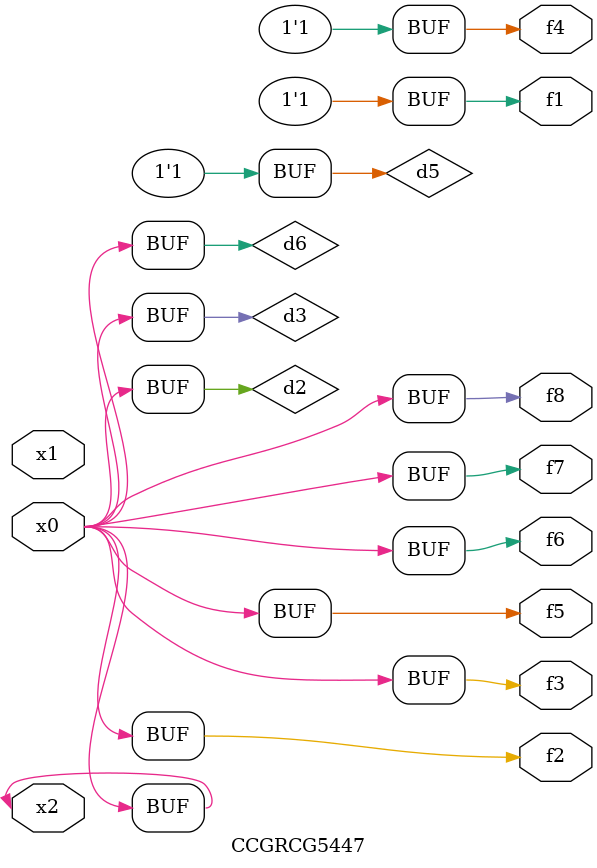
<source format=v>
module CCGRCG5447(
	input x0, x1, x2,
	output f1, f2, f3, f4, f5, f6, f7, f8
);

	wire d1, d2, d3, d4, d5, d6;

	xnor (d1, x2);
	buf (d2, x0, x2);
	and (d3, x0);
	xnor (d4, x1, x2);
	nand (d5, d1, d3);
	buf (d6, d2, d3);
	assign f1 = d5;
	assign f2 = d6;
	assign f3 = d6;
	assign f4 = d5;
	assign f5 = d6;
	assign f6 = d6;
	assign f7 = d6;
	assign f8 = d6;
endmodule

</source>
